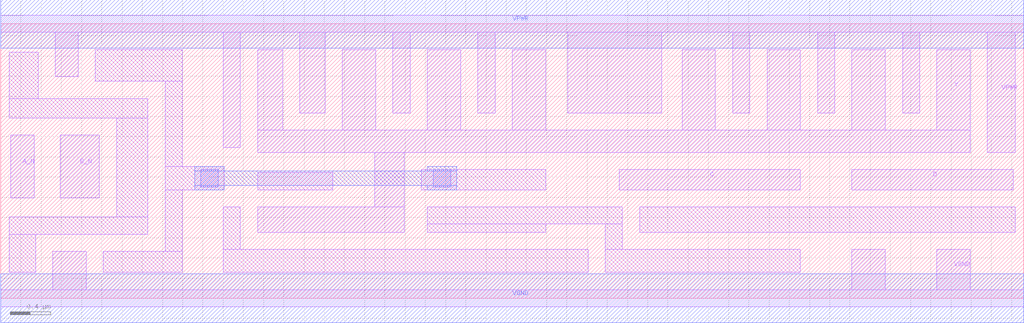
<source format=lef>
# Copyright 2020 The SkyWater PDK Authors
#
# Licensed under the Apache License, Version 2.0 (the "License");
# you may not use this file except in compliance with the License.
# You may obtain a copy of the License at
#
#     https://www.apache.org/licenses/LICENSE-2.0
#
# Unless required by applicable law or agreed to in writing, software
# distributed under the License is distributed on an "AS IS" BASIS,
# WITHOUT WARRANTIES OR CONDITIONS OF ANY KIND, either express or implied.
# See the License for the specific language governing permissions and
# limitations under the License.
#
# SPDX-License-Identifier: Apache-2.0

VERSION 5.5 ;
NAMESCASESENSITIVE ON ;
BUSBITCHARS "[]" ;
DIVIDERCHAR "/" ;
MACRO sky130_fd_sc_hd__nand4bb_4
  CLASS CORE ;
  SOURCE USER ;
  ORIGIN  0.000000  0.000000 ;
  SIZE  10.12000 BY  2.720000 ;
  SYMMETRY X Y R90 ;
  SITE unithd ;
  PIN A_N
    ANTENNAGATEAREA  0.247500 ;
    DIRECTION INPUT ;
    USE SIGNAL ;
    PORT
      LAYER li1 ;
        RECT 0.100000 0.995000 0.330000 1.615000 ;
    END
  END A_N
  PIN B_N
    ANTENNAGATEAREA  0.247500 ;
    DIRECTION INPUT ;
    USE SIGNAL ;
    PORT
      LAYER li1 ;
        RECT 0.590000 0.995000 0.975000 1.615000 ;
    END
  END B_N
  PIN C
    ANTENNAGATEAREA  0.990000 ;
    DIRECTION INPUT ;
    USE SIGNAL ;
    PORT
      LAYER li1 ;
        RECT 6.120000 1.075000 7.910000 1.275000 ;
    END
  END C
  PIN D
    ANTENNAGATEAREA  0.990000 ;
    DIRECTION INPUT ;
    USE SIGNAL ;
    PORT
      LAYER li1 ;
        RECT 8.420000 1.075000 10.015000 1.275000 ;
    END
  END D
  PIN Y
    ANTENNADIFFAREA  2.511000 ;
    DIRECTION OUTPUT ;
    USE SIGNAL ;
    PORT
      LAYER li1 ;
        RECT 2.540000 0.655000 3.990000 0.905000 ;
        RECT 2.540000 1.445000 9.590000 1.665000 ;
        RECT 2.540000 1.665000 2.790000 2.465000 ;
        RECT 3.380000 1.665000 3.710000 2.465000 ;
        RECT 3.700000 0.905000 3.990000 1.445000 ;
        RECT 4.220000 1.665000 4.550000 2.465000 ;
        RECT 5.060000 1.665000 5.390000 2.465000 ;
        RECT 6.740000 1.665000 7.070000 2.465000 ;
        RECT 7.580000 1.665000 7.910000 2.465000 ;
        RECT 8.420000 1.665000 8.750000 2.465000 ;
        RECT 9.260000 1.665000 9.590000 2.465000 ;
    END
  END Y
  PIN VGND
    DIRECTION INOUT ;
    SHAPE ABUTMENT ;
    USE GROUND ;
    PORT
      LAYER li1 ;
        RECT 0.000000 -0.085000 10.120000 0.085000 ;
        RECT 0.515000  0.085000  0.845000 0.465000 ;
        RECT 8.420000  0.085000  8.750000 0.485000 ;
        RECT 9.260000  0.085000  9.590000 0.485000 ;
    END
    PORT
      LAYER met1 ;
        RECT 0.000000 -0.240000 10.120000 0.240000 ;
    END
  END VGND
  PIN VPWR
    DIRECTION INOUT ;
    SHAPE ABUTMENT ;
    USE POWER ;
    PORT
      LAYER li1 ;
        RECT 0.000000 2.635000 10.120000 2.805000 ;
        RECT 0.540000 2.195000  0.765000 2.635000 ;
        RECT 2.200000 1.495000  2.370000 2.635000 ;
        RECT 2.960000 1.835000  3.210000 2.635000 ;
        RECT 3.880000 1.835000  4.050000 2.635000 ;
        RECT 4.720000 1.835000  4.890000 2.635000 ;
        RECT 5.610000 1.835000  6.540000 2.635000 ;
        RECT 7.240000 1.835000  7.410000 2.635000 ;
        RECT 8.080000 1.835000  8.250000 2.635000 ;
        RECT 8.920000 1.835000  9.090000 2.635000 ;
        RECT 9.760000 1.445000 10.035000 2.635000 ;
    END
    PORT
      LAYER met1 ;
        RECT 0.000000 2.480000 10.120000 2.960000 ;
    END
  END VPWR
  OBS
    LAYER li1 ;
      RECT 0.085000 0.255000  0.345000 0.635000 ;
      RECT 0.085000 0.635000  1.455000 0.805000 ;
      RECT 0.085000 1.785000  1.455000 1.980000 ;
      RECT 0.085000 1.980000  0.370000 2.440000 ;
      RECT 0.935000 2.150000  1.795000 2.465000 ;
      RECT 1.015000 0.255000  1.795000 0.465000 ;
      RECT 1.145000 0.805000  1.455000 1.785000 ;
      RECT 1.625000 0.465000  1.795000 1.075000 ;
      RECT 1.625000 1.075000  2.210000 1.305000 ;
      RECT 1.625000 1.305000  1.795000 2.150000 ;
      RECT 2.200000 0.255000  5.810000 0.485000 ;
      RECT 2.200000 0.485000  2.370000 0.905000 ;
      RECT 2.540000 1.075000  3.285000 1.245000 ;
      RECT 4.160000 1.075000  5.390000 1.275000 ;
      RECT 4.220000 0.655000  5.390000 0.735000 ;
      RECT 4.220000 0.735000  6.150000 0.905000 ;
      RECT 5.980000 0.255000  7.910000 0.485000 ;
      RECT 5.980000 0.485000  6.150000 0.735000 ;
      RECT 6.320000 0.655000 10.035000 0.905000 ;
    LAYER mcon ;
      RECT 1.980000 1.105000 2.150000 1.275000 ;
      RECT 4.280000 1.105000 4.450000 1.275000 ;
    LAYER met1 ;
      RECT 1.920000 1.075000 2.210000 1.120000 ;
      RECT 1.920000 1.120000 4.510000 1.260000 ;
      RECT 1.920000 1.260000 2.210000 1.305000 ;
      RECT 4.220000 1.075000 4.510000 1.120000 ;
      RECT 4.220000 1.260000 4.510000 1.305000 ;
  END
END sky130_fd_sc_hd__nand4bb_4

</source>
